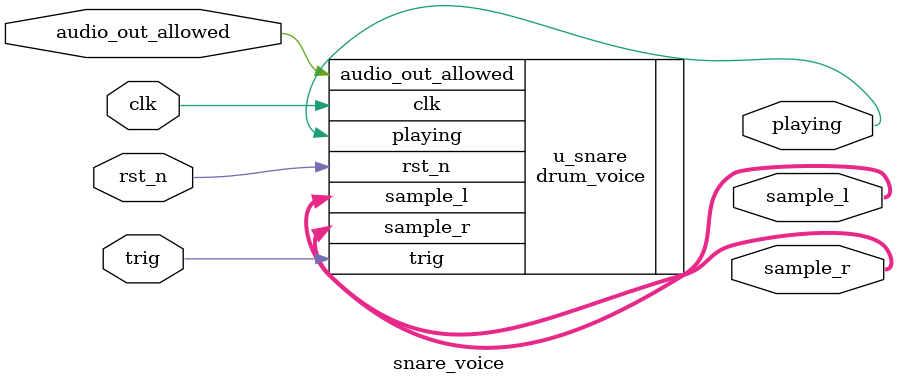
<source format=v>
module snare_voice (
    input  wire        clk,
    input  wire        rst_n,
    input  wire        trig,
    input  wire        audio_out_allowed,
    output wire [15:0] sample_l,
    output wire [15:0] sample_r,
    output wire        playing
);
    drum_voice #(
        .BASE_ADDR (16'd4096),    // snare sample start
        .SAMPLE_LEN(32'd4096)
    ) u_snare (
        .clk               (clk),
        .rst_n             (rst_n),
        .trig              (trig),
        .audio_out_allowed (audio_out_allowed),
        .sample_l          (sample_l),
        .sample_r          (sample_r),
        .playing           (playing)
    );
endmodule

</source>
